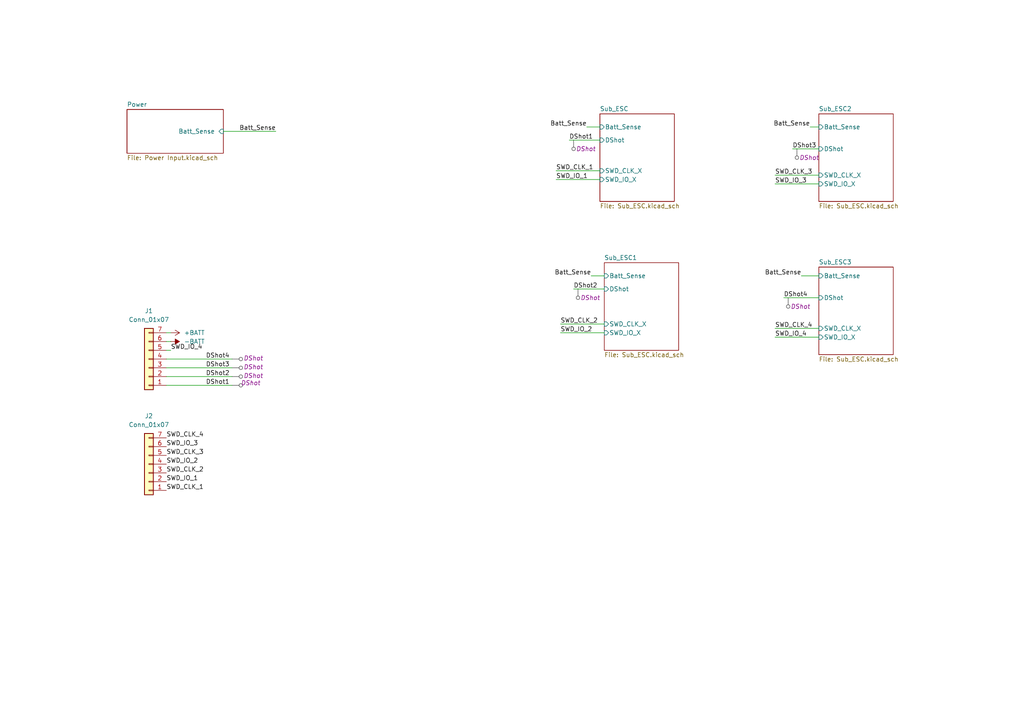
<source format=kicad_sch>
(kicad_sch (version 20231120) (generator "eeschema") (generator_version "8.0")
  (paper "A4")
  (lib_symbols
    (symbol "Connector_Generic:Conn_01x07" (pin_names (offset 1.016) hide)
      (property "Reference" "J" (at 0 10.16 0))
      (property "Value" "Conn_01x07" (at 0 -10.16 0))
      (symbol "Conn_01x07_1_1"
        (rectangle (start -1.27 -7.493) (end 0 -7.747) (stroke (width 0.1524)))
        (rectangle (start -1.27 -4.953) (end 0 -5.207) (stroke (width 0.1524)))
        (rectangle (start -1.27 -2.413) (end 0 -2.667) (stroke (width 0.1524)))
        (rectangle (start -1.27 0.127) (end 0 -0.127) (stroke (width 0.1524)))
        (rectangle (start -1.27 2.667) (end 0 2.413) (stroke (width 0.1524)))
        (rectangle (start -1.27 5.207) (end 0 4.953) (stroke (width 0.1524)))
        (rectangle (start -1.27 7.747) (end 0 7.493) (stroke (width 0.1524)))
        (rectangle (start -1.27 8.89) (end 1.27 -8.89) (stroke (width 0.254)) (fill (type background)))
        (pin passive line (at -5.08 7.62 0) (length 3.81) (name "Pin_1") (number "1"))
        (pin passive line (at -5.08 5.08 0) (length 3.81) (name "Pin_2") (number "2"))
        (pin passive line (at -5.08 2.54 0) (length 3.81) (name "Pin_3") (number "3"))
        (pin passive line (at -5.08 0 0) (length 3.81) (name "Pin_4") (number "4"))
        (pin passive line (at -5.08 -2.54 0) (length 3.81) (name "Pin_5") (number "5"))
        (pin passive line (at -5.08 -5.08 0) (length 3.81) (name "Pin_6") (number "6"))
        (pin passive line (at -5.08 -7.62 0) (length 3.81) (name "Pin_7") (number "7"))
      )
    )
    (symbol "power:+BATT" (power) (pin_numbers hide) (pin_names (offset 0) hide)
      (property "Value" "+BATT" (at 0 3.556 0))
      (symbol "+BATT_0_1"
        (polyline (pts (xy -0.762 1.27) (xy 0 2.54)))
        (polyline (pts (xy 0 0) (xy 0 2.54)))
        (polyline (pts (xy 0 2.54) (xy 0.762 1.27)))
      )
      (symbol "+BATT_1_1"
        (pin power_in line (at 0 0 90) (length 0) (name "~") (number "1"))
      )
    )
    (symbol "power:-BATT" (power) (pin_numbers hide) (pin_names (offset 0) hide)
      (property "Value" "-BATT" (at 0 3.556 0))
      (symbol "-BATT_0_1"
        (polyline (pts (xy 0 0) (xy 0 2.54)))
        (polyline (pts (xy 0.762 1.27) (xy -0.762 1.27) (xy 0 2.54) (xy 0.762 1.27)) (fill (type outline)))
      )
      (symbol "-BATT_1_1"
        (pin power_in line (at 0 0 90) (length 0) (name "~") (number "1"))
      )
    )
  )
  (wire (pts (xy 234.95 36.83) (xy 237.49 36.83)))
  (wire (pts (xy 48.26 106.68) (xy 67.31 106.68)))
  (wire (pts (xy 224.79 95.25) (xy 237.49 95.25)))
  (wire (pts (xy 64.77 38.1) (xy 80.01 38.1)))
  (wire (pts (xy 171.45 80.01) (xy 175.26 80.01)))
  (wire (pts (xy 227.33 86.36) (xy 237.49 86.36)))
  (wire (pts (xy 224.79 97.79) (xy 237.49 97.79)))
  (wire (pts (xy 49.53 96.52) (xy 48.26 96.52)))
  (wire (pts (xy 48.26 111.76) (xy 67.31 111.76)))
  (wire (pts (xy 49.53 101.6) (xy 48.26 101.6)))
  (wire (pts (xy 166.37 83.82) (xy 175.26 83.82)))
  (wire (pts (xy 170.18 36.83) (xy 173.99 36.83)))
  (wire (pts (xy 229.87 43.18) (xy 237.49 43.18)))
  (wire (pts (xy 48.26 109.22) (xy 67.31 109.22)))
  (wire (pts (xy 224.79 53.34) (xy 237.49 53.34)))
  (wire (pts (xy 162.56 96.52) (xy 175.26 96.52)))
  (wire (pts (xy 224.79 50.8) (xy 237.49 50.8)))
  (wire (pts (xy 161.29 49.53) (xy 173.99 49.53)))
  (wire (pts (xy 49.53 99.06) (xy 48.26 99.06)))
  (wire (pts (xy 161.29 52.07) (xy 173.99 52.07)))
  (wire (pts (xy 67.31 104.14) (xy 48.26 104.14)))
  (wire (pts (xy 162.56 93.98) (xy 175.26 93.98)))
  (wire (pts (xy 165.1 40.64) (xy 173.99 40.64)))
  (wire (pts (xy 232.41 80.01) (xy 237.49 80.01)))
  (label "SWD_CLK_2" (at 48.26 137.16 0))
  (label "SWD_IO_2" (at 162.56 96.52 0))
  (label "Batt_Sense" (at 80.01 38.1 180))
  (label "DShot4" (at 227.33 86.36 0))
  (label "SWD_IO_1" (at 48.26 139.7 0))
  (label "SWD_IO_3" (at 224.79 53.34 0))
  (label "SWD_IO_3" (at 48.26 129.54 0))
  (label "SWD_CLK_1" (at 48.26 142.24 0))
  (label "SWD_CLK_3" (at 48.26 132.08 0))
  (label "DShot1" (at 165.1 40.64 0))
  (label "SWD_CLK_2" (at 162.56 93.98 0))
  (label "DShot4" (at 59.69 104.14 0))
  (label "SWD_CLK_4" (at 224.79 95.25 0))
  (label "DShot3" (at 229.87 43.18 0))
  (label "DShot1" (at 59.69 111.76 0))
  (label "Batt_Sense" (at 170.18 36.83 180))
  (label "SWD_IO_4" (at 49.53 101.6 0))
  (label "SWD_IO_2" (at 48.26 134.62 0))
  (label "DShot3" (at 59.69 106.68 0))
  (label "SWD_IO_4" (at 224.79 97.79 0))
  (label "Batt_Sense" (at 171.45 80.01 180))
  (label "SWD_IO_1" (at 161.29 52.07 0))
  (label "DShot2" (at 166.37 83.82 0))
  (label "SWD_CLK_3" (at 224.79 50.8 0))
  (label "Batt_Sense" (at 234.95 36.83 180))
  (label "SWD_CLK_1" (at 161.29 49.53 0))
  (label "Batt_Sense" (at 232.41 80.01 180))
  (label "SWD_CLK_4" (at 48.26 127 0))
  (label "DShot2" (at 59.69 109.22 0))
  (netclass_flag "" (length 2.54) (shape round) (at 67.31 104.14 270) (property "Netclass" "DShot" (at 70.612 103.886 0) (effects (font (italic yes)) (justify left))))
  (netclass_flag "" (length 2.54) (shape round) (at 67.31 111.76 270) (property "Netclass" "DShot" (at 69.85 111.0615 0) (effects (font (italic yes)) (justify left))))
  (netclass_flag "" (length 2.54) (shape round) (at 231.14 43.18 180) (property "Netclass" "DShot" (at 231.8385 45.72 0) (effects (font (italic yes)) (justify left))))
  (netclass_flag "" (length 2.54) (shape round) (at 228.6 86.36 180) (property "Netclass" "DShot" (at 229.2985 88.9 0) (effects (font (italic yes)) (justify left))))
  (netclass_flag "" (length 2.54) (shape round) (at 67.31 109.22 270) (property "Netclass" "DShot" (at 70.612 108.966 0) (effects (font (italic yes)) (justify left))))
  (netclass_flag "" (length 2.54) (shape round) (at 67.31 106.68 270) (property "Netclass" "DShot" (at 70.612 106.426 0) (effects (font (italic yes)) (justify left))))
  (netclass_flag "" (length 2.54) (shape round) (at 166.37 40.64 180) (property "Netclass" "DShot" (at 167.0685 43.18 0) (effects (font (italic yes)) (justify left))))
  (netclass_flag "" (length 2.54) (shape round) (at 167.64 83.82 180) (property "Netclass" "DShot" (at 168.3385 86.36 0) (effects (font (italic yes)) (justify left))))
  (symbol (lib_id "power:-BATT") (at 49.53 99.06 270) (unit 1)
    (property "Reference" "#PWR089" (effects (hide yes)))
    (property "Value" "-BATT" (at 53.34 99.0599 90) (effects (justify left)))
    (property "Description" "Power symbol creates a global label with name \"-BATT\"" (effects (hide yes)))
  )
  (symbol (lib_id "Connector_Generic:Conn_01x07") (at 43.18 134.62 180) (unit 1)
    (property "Reference" "J2" (at 43.18 120.65 0))
    (property "Value" "Conn_01x07" (at 43.18 123.19 0))
    (property "Footprint" "Connector_JST:JST_GH_BM07B-GHS-TBT_1x07-1MP_P1.25mm_Vertical" (effects (hide yes)))
    (property "Description" "Generic connector, single row, 01x07, script generated (kicad-library-utils/schlib/autogen/connector/)" (effects (hide yes)))
  )
  (symbol (lib_id "power:+BATT") (at 49.53 96.52 270) (unit 1)
    (property "Reference" "#PWR090" (effects (hide yes)))
    (property "Value" "+BATT" (at 53.34 96.5199 90) (effects (justify left)))
    (property "Description" "Power symbol creates a global label with name \"+BATT\"" (effects (hide yes)))
  )
  (symbol (lib_id "Connector_Generic:Conn_01x07") (at 43.18 104.14 180) (unit 1)
    (property "Reference" "J1" (at 43.18 90.17 0))
    (property "Value" "Conn_01x07" (at 43.18 92.71 0))
    (property "Footprint" "Connector_JST:JST_GH_BM07B-GHS-TBT_1x07-1MP_P1.25mm_Vertical" (effects (hide yes)))
    (property "Description" "Generic connector, single row, 01x07, script generated (kicad-library-utils/schlib/autogen/connector/)" (effects (hide yes)))
  )
  (sheet (at 175.26 76.2) (size 21.59 25.4) (stroke (width 0.1524))
    (property "Sheetname" "Sub_ESC1" (at 175.26 75.4884 0) (effects (justify left bottom)))
    (property "Sheetfile" "Sub_ESC.kicad_sch" (at 175.26 102.1846 0) (effects (justify left top)))
    (pin "Batt_Sense" input (at 175.26 80.01 180))
    (pin "DShot" input (at 175.26 83.82 180))
    (pin "SWD_CLK_X" input (at 175.26 93.98 180))
    (pin "SWD_IO_X" input (at 175.26 96.52 180))
  )
  (sheet (at 36.83 31.75) (size 27.94 12.7) (stroke (width 0.1524))
    (property "Sheetname" "Power" (at 36.83 31.0384 0) (effects (justify left bottom)))
    (property "Sheetfile" "Power Input.kicad_sch" (at 36.83 45.0346 0) (effects (justify left top)))
    (pin "Batt_Sense " input (at 64.77 38.1 0))
  )
  (sheet (at 173.99 33.02) (size 21.59 25.4) (stroke (width 0.1524))
    (property "Sheetname" "Sub_ESC" (at 173.99 32.3084 0) (effects (justify left bottom)))
    (property "Sheetfile" "Sub_ESC.kicad_sch" (at 173.99 59.0046 0) (effects (justify left top)))
    (pin "Batt_Sense" input (at 173.99 36.83 180))
    (pin "DShot" input (at 173.99 40.64 180))
    (pin "SWD_CLK_X" input (at 173.99 49.53 180))
    (pin "SWD_IO_X" input (at 173.99 52.07 180))
  )
  (sheet (at 237.49 77.47) (size 21.59 25.4) (stroke (width 0.1524))
    (property "Sheetname" "Sub_ESC3" (at 237.49 76.7584 0) (effects (justify left bottom)))
    (property "Sheetfile" "Sub_ESC.kicad_sch" (at 237.49 103.4546 0) (effects (justify left top)))
    (pin "Batt_Sense" input (at 237.49 80.01 180))
    (pin "DShot" input (at 237.49 86.36 180))
    (pin "SWD_CLK_X" input (at 237.49 95.25 180))
    (pin "SWD_IO_X" input (at 237.49 97.79 180))
  )
  (sheet (at 237.49 33.02) (size 21.59 25.4) (stroke (width 0.1524))
    (property "Sheetname" "Sub_ESC2" (at 237.49 32.3084 0) (effects (justify left bottom)))
    (property "Sheetfile" "Sub_ESC.kicad_sch" (at 237.49 59.0046 0) (effects (justify left top)))
    (pin "Batt_Sense" input (at 237.49 36.83 180))
    (pin "DShot" input (at 237.49 43.18 180))
    (pin "SWD_CLK_X" input (at 237.49 50.8 180))
    (pin "SWD_IO_X" input (at 237.49 53.34 180))
  )
)
</source>
